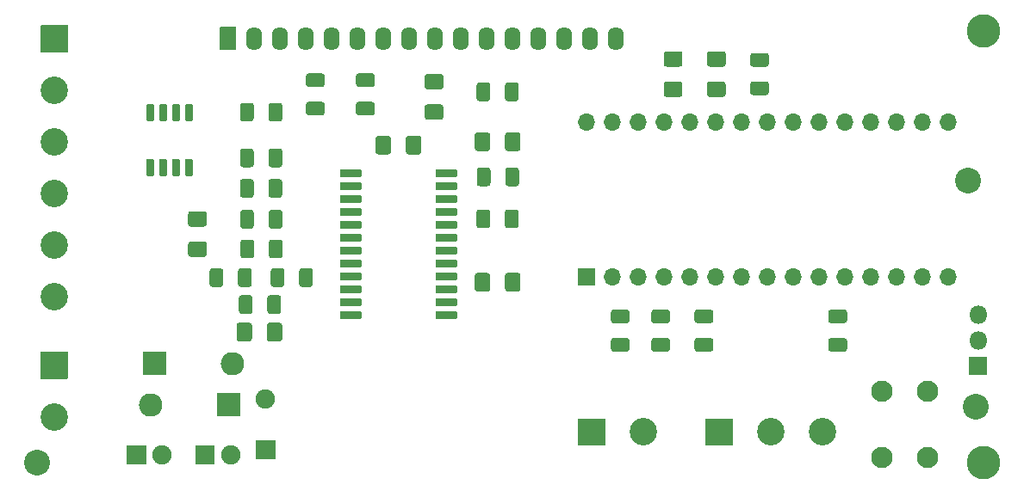
<source format=gts>
%TF.GenerationSoftware,KiCad,Pcbnew,(5.99.0-1296-g952e7a5fb)*%
%TF.CreationDate,2020-06-12T12:12:59+03:00*%
%TF.ProjectId,TeemoWB,5465656d-6f57-4422-9e6b-696361645f70,1.0*%
%TF.SameCoordinates,Original*%
%TF.FileFunction,Soldermask,Top*%
%TF.FilePolarity,Negative*%
%FSLAX46Y46*%
G04 Gerber Fmt 4.6, Leading zero omitted, Abs format (unit mm)*
G04 Created by KiCad (PCBNEW (5.99.0-1296-g952e7a5fb)) date 2020-06-12 12:12:59*
%MOMM*%
%LPD*%
G01*
G04 APERTURE LIST*
%ADD10C,2.540000*%
%ADD11C,3.300000*%
%ADD12O,1.600000X2.300000*%
%ADD13O,1.800000X1.800000*%
%ADD14C,2.100000*%
%ADD15C,2.700000*%
%ADD16C,1.900000*%
%ADD17O,2.300000X2.300000*%
%ADD18O,1.700000X1.700000*%
G04 APERTURE END LIST*
D10*
%TO.C,FID3*%
X166500000Y-78000000D03*
%TD*%
D11*
%TO.C,REF\u002A\u002A*%
X168000000Y-105750000D03*
%TD*%
%TO.C,REF\u002A\u002A*%
X168000000Y-63250000D03*
%TD*%
D10*
%TO.C,FID2*%
X167250000Y-100250000D03*
%TD*%
%TO.C,FID1*%
X75000000Y-105750000D03*
%TD*%
D12*
%TO.C,D_LCD1*%
X131850000Y-64000000D03*
X129310000Y-64000000D03*
X126770000Y-64000000D03*
X124230000Y-64000000D03*
X121690000Y-64000000D03*
X119150000Y-64000000D03*
X116610000Y-64000000D03*
X114070000Y-64000000D03*
X111530000Y-64000000D03*
X108990000Y-64000000D03*
X106450000Y-64000000D03*
X103910000Y-64000000D03*
X101370000Y-64000000D03*
X98830000Y-64000000D03*
X96290000Y-64000000D03*
G36*
G01*
X92950000Y-65100000D02*
X92950000Y-62900000D01*
G75*
G02*
X93000000Y-62850000I50000J0D01*
G01*
X94500000Y-62850000D01*
G75*
G02*
X94550000Y-62900000I0J-50000D01*
G01*
X94550000Y-65100000D01*
G75*
G02*
X94500000Y-65150000I-50000J0D01*
G01*
X93000000Y-65150000D01*
G75*
G02*
X92950000Y-65100000I0J50000D01*
G01*
G37*
%TD*%
D13*
%TO.C,J3*%
X167500000Y-91170000D03*
X167500000Y-93710000D03*
G36*
G01*
X168400000Y-95400000D02*
X168400000Y-97100000D01*
G75*
G02*
X168350000Y-97150000I-50000J0D01*
G01*
X166650000Y-97150000D01*
G75*
G02*
X166600000Y-97100000I0J50000D01*
G01*
X166600000Y-95400000D01*
G75*
G02*
X166650000Y-95350000I50000J0D01*
G01*
X168350000Y-95350000D01*
G75*
G02*
X168400000Y-95400000I0J-50000D01*
G01*
G37*
%TD*%
%TO.C,U1*%
G36*
G01*
X114150000Y-77565000D02*
X114150000Y-76965000D01*
G75*
G02*
X114200000Y-76915000I50000J0D01*
G01*
X116200000Y-76915000D01*
G75*
G02*
X116250000Y-76965000I0J-50000D01*
G01*
X116250000Y-77565000D01*
G75*
G02*
X116200000Y-77615000I-50000J0D01*
G01*
X114200000Y-77615000D01*
G75*
G02*
X114150000Y-77565000I0J50000D01*
G01*
G37*
G36*
G01*
X114150000Y-78835000D02*
X114150000Y-78235000D01*
G75*
G02*
X114200000Y-78185000I50000J0D01*
G01*
X116200000Y-78185000D01*
G75*
G02*
X116250000Y-78235000I0J-50000D01*
G01*
X116250000Y-78835000D01*
G75*
G02*
X116200000Y-78885000I-50000J0D01*
G01*
X114200000Y-78885000D01*
G75*
G02*
X114150000Y-78835000I0J50000D01*
G01*
G37*
G36*
G01*
X114150000Y-80105000D02*
X114150000Y-79505000D01*
G75*
G02*
X114200000Y-79455000I50000J0D01*
G01*
X116200000Y-79455000D01*
G75*
G02*
X116250000Y-79505000I0J-50000D01*
G01*
X116250000Y-80105000D01*
G75*
G02*
X116200000Y-80155000I-50000J0D01*
G01*
X114200000Y-80155000D01*
G75*
G02*
X114150000Y-80105000I0J50000D01*
G01*
G37*
G36*
G01*
X114150000Y-81375000D02*
X114150000Y-80775000D01*
G75*
G02*
X114200000Y-80725000I50000J0D01*
G01*
X116200000Y-80725000D01*
G75*
G02*
X116250000Y-80775000I0J-50000D01*
G01*
X116250000Y-81375000D01*
G75*
G02*
X116200000Y-81425000I-50000J0D01*
G01*
X114200000Y-81425000D01*
G75*
G02*
X114150000Y-81375000I0J50000D01*
G01*
G37*
G36*
G01*
X114150000Y-82645000D02*
X114150000Y-82045000D01*
G75*
G02*
X114200000Y-81995000I50000J0D01*
G01*
X116200000Y-81995000D01*
G75*
G02*
X116250000Y-82045000I0J-50000D01*
G01*
X116250000Y-82645000D01*
G75*
G02*
X116200000Y-82695000I-50000J0D01*
G01*
X114200000Y-82695000D01*
G75*
G02*
X114150000Y-82645000I0J50000D01*
G01*
G37*
G36*
G01*
X114150000Y-83915000D02*
X114150000Y-83315000D01*
G75*
G02*
X114200000Y-83265000I50000J0D01*
G01*
X116200000Y-83265000D01*
G75*
G02*
X116250000Y-83315000I0J-50000D01*
G01*
X116250000Y-83915000D01*
G75*
G02*
X116200000Y-83965000I-50000J0D01*
G01*
X114200000Y-83965000D01*
G75*
G02*
X114150000Y-83915000I0J50000D01*
G01*
G37*
G36*
G01*
X114150000Y-85185000D02*
X114150000Y-84585000D01*
G75*
G02*
X114200000Y-84535000I50000J0D01*
G01*
X116200000Y-84535000D01*
G75*
G02*
X116250000Y-84585000I0J-50000D01*
G01*
X116250000Y-85185000D01*
G75*
G02*
X116200000Y-85235000I-50000J0D01*
G01*
X114200000Y-85235000D01*
G75*
G02*
X114150000Y-85185000I0J50000D01*
G01*
G37*
G36*
G01*
X114150000Y-86455000D02*
X114150000Y-85855000D01*
G75*
G02*
X114200000Y-85805000I50000J0D01*
G01*
X116200000Y-85805000D01*
G75*
G02*
X116250000Y-85855000I0J-50000D01*
G01*
X116250000Y-86455000D01*
G75*
G02*
X116200000Y-86505000I-50000J0D01*
G01*
X114200000Y-86505000D01*
G75*
G02*
X114150000Y-86455000I0J50000D01*
G01*
G37*
G36*
G01*
X114150000Y-87725000D02*
X114150000Y-87125000D01*
G75*
G02*
X114200000Y-87075000I50000J0D01*
G01*
X116200000Y-87075000D01*
G75*
G02*
X116250000Y-87125000I0J-50000D01*
G01*
X116250000Y-87725000D01*
G75*
G02*
X116200000Y-87775000I-50000J0D01*
G01*
X114200000Y-87775000D01*
G75*
G02*
X114150000Y-87725000I0J50000D01*
G01*
G37*
G36*
G01*
X114150000Y-88995000D02*
X114150000Y-88395000D01*
G75*
G02*
X114200000Y-88345000I50000J0D01*
G01*
X116200000Y-88345000D01*
G75*
G02*
X116250000Y-88395000I0J-50000D01*
G01*
X116250000Y-88995000D01*
G75*
G02*
X116200000Y-89045000I-50000J0D01*
G01*
X114200000Y-89045000D01*
G75*
G02*
X114150000Y-88995000I0J50000D01*
G01*
G37*
G36*
G01*
X114150000Y-90265000D02*
X114150000Y-89665000D01*
G75*
G02*
X114200000Y-89615000I50000J0D01*
G01*
X116200000Y-89615000D01*
G75*
G02*
X116250000Y-89665000I0J-50000D01*
G01*
X116250000Y-90265000D01*
G75*
G02*
X116200000Y-90315000I-50000J0D01*
G01*
X114200000Y-90315000D01*
G75*
G02*
X114150000Y-90265000I0J50000D01*
G01*
G37*
G36*
G01*
X114150000Y-91535000D02*
X114150000Y-90935000D01*
G75*
G02*
X114200000Y-90885000I50000J0D01*
G01*
X116200000Y-90885000D01*
G75*
G02*
X116250000Y-90935000I0J-50000D01*
G01*
X116250000Y-91535000D01*
G75*
G02*
X116200000Y-91585000I-50000J0D01*
G01*
X114200000Y-91585000D01*
G75*
G02*
X114150000Y-91535000I0J50000D01*
G01*
G37*
G36*
G01*
X104750000Y-91535000D02*
X104750000Y-90935000D01*
G75*
G02*
X104800000Y-90885000I50000J0D01*
G01*
X106800000Y-90885000D01*
G75*
G02*
X106850000Y-90935000I0J-50000D01*
G01*
X106850000Y-91535000D01*
G75*
G02*
X106800000Y-91585000I-50000J0D01*
G01*
X104800000Y-91585000D01*
G75*
G02*
X104750000Y-91535000I0J50000D01*
G01*
G37*
G36*
G01*
X104750000Y-90265000D02*
X104750000Y-89665000D01*
G75*
G02*
X104800000Y-89615000I50000J0D01*
G01*
X106800000Y-89615000D01*
G75*
G02*
X106850000Y-89665000I0J-50000D01*
G01*
X106850000Y-90265000D01*
G75*
G02*
X106800000Y-90315000I-50000J0D01*
G01*
X104800000Y-90315000D01*
G75*
G02*
X104750000Y-90265000I0J50000D01*
G01*
G37*
G36*
G01*
X104750000Y-88995000D02*
X104750000Y-88395000D01*
G75*
G02*
X104800000Y-88345000I50000J0D01*
G01*
X106800000Y-88345000D01*
G75*
G02*
X106850000Y-88395000I0J-50000D01*
G01*
X106850000Y-88995000D01*
G75*
G02*
X106800000Y-89045000I-50000J0D01*
G01*
X104800000Y-89045000D01*
G75*
G02*
X104750000Y-88995000I0J50000D01*
G01*
G37*
G36*
G01*
X104750000Y-87725000D02*
X104750000Y-87125000D01*
G75*
G02*
X104800000Y-87075000I50000J0D01*
G01*
X106800000Y-87075000D01*
G75*
G02*
X106850000Y-87125000I0J-50000D01*
G01*
X106850000Y-87725000D01*
G75*
G02*
X106800000Y-87775000I-50000J0D01*
G01*
X104800000Y-87775000D01*
G75*
G02*
X104750000Y-87725000I0J50000D01*
G01*
G37*
G36*
G01*
X104750000Y-86455000D02*
X104750000Y-85855000D01*
G75*
G02*
X104800000Y-85805000I50000J0D01*
G01*
X106800000Y-85805000D01*
G75*
G02*
X106850000Y-85855000I0J-50000D01*
G01*
X106850000Y-86455000D01*
G75*
G02*
X106800000Y-86505000I-50000J0D01*
G01*
X104800000Y-86505000D01*
G75*
G02*
X104750000Y-86455000I0J50000D01*
G01*
G37*
G36*
G01*
X104750000Y-85185000D02*
X104750000Y-84585000D01*
G75*
G02*
X104800000Y-84535000I50000J0D01*
G01*
X106800000Y-84535000D01*
G75*
G02*
X106850000Y-84585000I0J-50000D01*
G01*
X106850000Y-85185000D01*
G75*
G02*
X106800000Y-85235000I-50000J0D01*
G01*
X104800000Y-85235000D01*
G75*
G02*
X104750000Y-85185000I0J50000D01*
G01*
G37*
G36*
G01*
X104750000Y-83915000D02*
X104750000Y-83315000D01*
G75*
G02*
X104800000Y-83265000I50000J0D01*
G01*
X106800000Y-83265000D01*
G75*
G02*
X106850000Y-83315000I0J-50000D01*
G01*
X106850000Y-83915000D01*
G75*
G02*
X106800000Y-83965000I-50000J0D01*
G01*
X104800000Y-83965000D01*
G75*
G02*
X104750000Y-83915000I0J50000D01*
G01*
G37*
G36*
G01*
X104750000Y-82645000D02*
X104750000Y-82045000D01*
G75*
G02*
X104800000Y-81995000I50000J0D01*
G01*
X106800000Y-81995000D01*
G75*
G02*
X106850000Y-82045000I0J-50000D01*
G01*
X106850000Y-82645000D01*
G75*
G02*
X106800000Y-82695000I-50000J0D01*
G01*
X104800000Y-82695000D01*
G75*
G02*
X104750000Y-82645000I0J50000D01*
G01*
G37*
G36*
G01*
X104750000Y-81375000D02*
X104750000Y-80775000D01*
G75*
G02*
X104800000Y-80725000I50000J0D01*
G01*
X106800000Y-80725000D01*
G75*
G02*
X106850000Y-80775000I0J-50000D01*
G01*
X106850000Y-81375000D01*
G75*
G02*
X106800000Y-81425000I-50000J0D01*
G01*
X104800000Y-81425000D01*
G75*
G02*
X104750000Y-81375000I0J50000D01*
G01*
G37*
G36*
G01*
X104750000Y-80105000D02*
X104750000Y-79505000D01*
G75*
G02*
X104800000Y-79455000I50000J0D01*
G01*
X106800000Y-79455000D01*
G75*
G02*
X106850000Y-79505000I0J-50000D01*
G01*
X106850000Y-80105000D01*
G75*
G02*
X106800000Y-80155000I-50000J0D01*
G01*
X104800000Y-80155000D01*
G75*
G02*
X104750000Y-80105000I0J50000D01*
G01*
G37*
G36*
G01*
X104750000Y-78835000D02*
X104750000Y-78235000D01*
G75*
G02*
X104800000Y-78185000I50000J0D01*
G01*
X106800000Y-78185000D01*
G75*
G02*
X106850000Y-78235000I0J-50000D01*
G01*
X106850000Y-78835000D01*
G75*
G02*
X106800000Y-78885000I-50000J0D01*
G01*
X104800000Y-78885000D01*
G75*
G02*
X104750000Y-78835000I0J50000D01*
G01*
G37*
G36*
G01*
X104750000Y-77565000D02*
X104750000Y-76965000D01*
G75*
G02*
X104800000Y-76915000I50000J0D01*
G01*
X106800000Y-76915000D01*
G75*
G02*
X106850000Y-76965000I0J-50000D01*
G01*
X106850000Y-77565000D01*
G75*
G02*
X106800000Y-77615000I-50000J0D01*
G01*
X104800000Y-77615000D01*
G75*
G02*
X104750000Y-77565000I0J50000D01*
G01*
G37*
%TD*%
D14*
%TO.C,SW1*%
X158000000Y-98750000D03*
X162500000Y-98750000D03*
X158000000Y-105250000D03*
X162500000Y-105250000D03*
%TD*%
%TO.C,R18*%
G36*
G01*
X145345000Y-68225000D02*
X146655000Y-68225000D01*
G75*
G02*
X146925000Y-68495000I0J-270000D01*
G01*
X146925000Y-69305000D01*
G75*
G02*
X146655000Y-69575000I-270000J0D01*
G01*
X145345000Y-69575000D01*
G75*
G02*
X145075000Y-69305000I0J270000D01*
G01*
X145075000Y-68495000D01*
G75*
G02*
X145345000Y-68225000I270000J0D01*
G01*
G37*
G36*
G01*
X145345000Y-65425000D02*
X146655000Y-65425000D01*
G75*
G02*
X146925000Y-65695000I0J-270000D01*
G01*
X146925000Y-66505000D01*
G75*
G02*
X146655000Y-66775000I-270000J0D01*
G01*
X145345000Y-66775000D01*
G75*
G02*
X145075000Y-66505000I0J270000D01*
G01*
X145075000Y-65695000D01*
G75*
G02*
X145345000Y-65425000I270000J0D01*
G01*
G37*
%TD*%
%TO.C,R17*%
G36*
G01*
X135626613Y-93491177D02*
X136936613Y-93491177D01*
G75*
G02*
X137206613Y-93761177I0J-270000D01*
G01*
X137206613Y-94571177D01*
G75*
G02*
X136936613Y-94841177I-270000J0D01*
G01*
X135626613Y-94841177D01*
G75*
G02*
X135356613Y-94571177I0J270000D01*
G01*
X135356613Y-93761177D01*
G75*
G02*
X135626613Y-93491177I270000J0D01*
G01*
G37*
G36*
G01*
X135626613Y-90691177D02*
X136936613Y-90691177D01*
G75*
G02*
X137206613Y-90961177I0J-270000D01*
G01*
X137206613Y-91771177D01*
G75*
G02*
X136936613Y-92041177I-270000J0D01*
G01*
X135626613Y-92041177D01*
G75*
G02*
X135356613Y-91771177I0J270000D01*
G01*
X135356613Y-90961177D01*
G75*
G02*
X135626613Y-90691177I270000J0D01*
G01*
G37*
%TD*%
%TO.C,R16*%
G36*
G01*
X139877008Y-93483138D02*
X141187008Y-93483138D01*
G75*
G02*
X141457008Y-93753138I0J-270000D01*
G01*
X141457008Y-94563138D01*
G75*
G02*
X141187008Y-94833138I-270000J0D01*
G01*
X139877008Y-94833138D01*
G75*
G02*
X139607008Y-94563138I0J270000D01*
G01*
X139607008Y-93753138D01*
G75*
G02*
X139877008Y-93483138I270000J0D01*
G01*
G37*
G36*
G01*
X139877008Y-90683138D02*
X141187008Y-90683138D01*
G75*
G02*
X141457008Y-90953138I0J-270000D01*
G01*
X141457008Y-91763138D01*
G75*
G02*
X141187008Y-92033138I-270000J0D01*
G01*
X139877008Y-92033138D01*
G75*
G02*
X139607008Y-91763138I0J270000D01*
G01*
X139607008Y-90953138D01*
G75*
G02*
X139877008Y-90683138I270000J0D01*
G01*
G37*
%TD*%
%TO.C,R15*%
G36*
G01*
X101675914Y-70225000D02*
X102985914Y-70225000D01*
G75*
G02*
X103255914Y-70495000I0J-270000D01*
G01*
X103255914Y-71305000D01*
G75*
G02*
X102985914Y-71575000I-270000J0D01*
G01*
X101675914Y-71575000D01*
G75*
G02*
X101405914Y-71305000I0J270000D01*
G01*
X101405914Y-70495000D01*
G75*
G02*
X101675914Y-70225000I270000J0D01*
G01*
G37*
G36*
G01*
X101675914Y-67425000D02*
X102985914Y-67425000D01*
G75*
G02*
X103255914Y-67695000I0J-270000D01*
G01*
X103255914Y-68505000D01*
G75*
G02*
X102985914Y-68775000I-270000J0D01*
G01*
X101675914Y-68775000D01*
G75*
G02*
X101405914Y-68505000I0J270000D01*
G01*
X101405914Y-67695000D01*
G75*
G02*
X101675914Y-67425000I270000J0D01*
G01*
G37*
%TD*%
%TO.C,R14*%
G36*
G01*
X107905000Y-68775000D02*
X106595000Y-68775000D01*
G75*
G02*
X106325000Y-68505000I0J270000D01*
G01*
X106325000Y-67695000D01*
G75*
G02*
X106595000Y-67425000I270000J0D01*
G01*
X107905000Y-67425000D01*
G75*
G02*
X108175000Y-67695000I0J-270000D01*
G01*
X108175000Y-68505000D01*
G75*
G02*
X107905000Y-68775000I-270000J0D01*
G01*
G37*
G36*
G01*
X107905000Y-71575000D02*
X106595000Y-71575000D01*
G75*
G02*
X106325000Y-71305000I0J270000D01*
G01*
X106325000Y-70495000D01*
G75*
G02*
X106595000Y-70225000I270000J0D01*
G01*
X107905000Y-70225000D01*
G75*
G02*
X108175000Y-70495000I0J-270000D01*
G01*
X108175000Y-71305000D01*
G75*
G02*
X107905000Y-71575000I-270000J0D01*
G01*
G37*
%TD*%
%TO.C,R13*%
G36*
G01*
X120975000Y-69905000D02*
X120975000Y-68595000D01*
G75*
G02*
X121245000Y-68325000I270000J0D01*
G01*
X122055000Y-68325000D01*
G75*
G02*
X122325000Y-68595000I0J-270000D01*
G01*
X122325000Y-69905000D01*
G75*
G02*
X122055000Y-70175000I-270000J0D01*
G01*
X121245000Y-70175000D01*
G75*
G02*
X120975000Y-69905000I0J270000D01*
G01*
G37*
G36*
G01*
X118175000Y-69905000D02*
X118175000Y-68595000D01*
G75*
G02*
X118445000Y-68325000I270000J0D01*
G01*
X119255000Y-68325000D01*
G75*
G02*
X119525000Y-68595000I0J-270000D01*
G01*
X119525000Y-69905000D01*
G75*
G02*
X119255000Y-70175000I-270000J0D01*
G01*
X118445000Y-70175000D01*
G75*
G02*
X118175000Y-69905000I0J270000D01*
G01*
G37*
%TD*%
%TO.C,R12*%
G36*
G01*
X153029200Y-93486365D02*
X154339200Y-93486365D01*
G75*
G02*
X154609200Y-93756365I0J-270000D01*
G01*
X154609200Y-94566365D01*
G75*
G02*
X154339200Y-94836365I-270000J0D01*
G01*
X153029200Y-94836365D01*
G75*
G02*
X152759200Y-94566365I0J270000D01*
G01*
X152759200Y-93756365D01*
G75*
G02*
X153029200Y-93486365I270000J0D01*
G01*
G37*
G36*
G01*
X153029200Y-90686365D02*
X154339200Y-90686365D01*
G75*
G02*
X154609200Y-90956365I0J-270000D01*
G01*
X154609200Y-91766365D01*
G75*
G02*
X154339200Y-92036365I-270000J0D01*
G01*
X153029200Y-92036365D01*
G75*
G02*
X152759200Y-91766365I0J270000D01*
G01*
X152759200Y-90956365D01*
G75*
G02*
X153029200Y-90686365I270000J0D01*
G01*
G37*
%TD*%
%TO.C,R11*%
G36*
G01*
X131653368Y-93486928D02*
X132963368Y-93486928D01*
G75*
G02*
X133233368Y-93756928I0J-270000D01*
G01*
X133233368Y-94566928D01*
G75*
G02*
X132963368Y-94836928I-270000J0D01*
G01*
X131653368Y-94836928D01*
G75*
G02*
X131383368Y-94566928I0J270000D01*
G01*
X131383368Y-93756928D01*
G75*
G02*
X131653368Y-93486928I270000J0D01*
G01*
G37*
G36*
G01*
X131653368Y-90686928D02*
X132963368Y-90686928D01*
G75*
G02*
X133233368Y-90956928I0J-270000D01*
G01*
X133233368Y-91766928D01*
G75*
G02*
X132963368Y-92036928I-270000J0D01*
G01*
X131653368Y-92036928D01*
G75*
G02*
X131383368Y-91766928I0J270000D01*
G01*
X131383368Y-90956928D01*
G75*
G02*
X131653368Y-90686928I270000J0D01*
G01*
G37*
%TD*%
%TO.C,R10*%
G36*
G01*
X97725000Y-71905000D02*
X97725000Y-70595000D01*
G75*
G02*
X97995000Y-70325000I270000J0D01*
G01*
X98805000Y-70325000D01*
G75*
G02*
X99075000Y-70595000I0J-270000D01*
G01*
X99075000Y-71905000D01*
G75*
G02*
X98805000Y-72175000I-270000J0D01*
G01*
X97995000Y-72175000D01*
G75*
G02*
X97725000Y-71905000I0J270000D01*
G01*
G37*
G36*
G01*
X94925000Y-71905000D02*
X94925000Y-70595000D01*
G75*
G02*
X95195000Y-70325000I270000J0D01*
G01*
X96005000Y-70325000D01*
G75*
G02*
X96275000Y-70595000I0J-270000D01*
G01*
X96275000Y-71905000D01*
G75*
G02*
X96005000Y-72175000I-270000J0D01*
G01*
X95195000Y-72175000D01*
G75*
G02*
X94925000Y-71905000I0J270000D01*
G01*
G37*
%TD*%
%TO.C,R9*%
G36*
G01*
X96290068Y-81144354D02*
X96290068Y-82454354D01*
G75*
G02*
X96020068Y-82724354I-270000J0D01*
G01*
X95210068Y-82724354D01*
G75*
G02*
X94940068Y-82454354I0J270000D01*
G01*
X94940068Y-81144354D01*
G75*
G02*
X95210068Y-80874354I270000J0D01*
G01*
X96020068Y-80874354D01*
G75*
G02*
X96290068Y-81144354I0J-270000D01*
G01*
G37*
G36*
G01*
X99090068Y-81144354D02*
X99090068Y-82454354D01*
G75*
G02*
X98820068Y-82724354I-270000J0D01*
G01*
X98010068Y-82724354D01*
G75*
G02*
X97740068Y-82454354I0J270000D01*
G01*
X97740068Y-81144354D01*
G75*
G02*
X98010068Y-80874354I270000J0D01*
G01*
X98820068Y-80874354D01*
G75*
G02*
X99090068Y-81144354I0J-270000D01*
G01*
G37*
%TD*%
%TO.C,R8*%
G36*
G01*
X96326870Y-84060751D02*
X96326870Y-85370751D01*
G75*
G02*
X96056870Y-85640751I-270000J0D01*
G01*
X95246870Y-85640751D01*
G75*
G02*
X94976870Y-85370751I0J270000D01*
G01*
X94976870Y-84060751D01*
G75*
G02*
X95246870Y-83790751I270000J0D01*
G01*
X96056870Y-83790751D01*
G75*
G02*
X96326870Y-84060751I0J-270000D01*
G01*
G37*
G36*
G01*
X99126870Y-84060751D02*
X99126870Y-85370751D01*
G75*
G02*
X98856870Y-85640751I-270000J0D01*
G01*
X98046870Y-85640751D01*
G75*
G02*
X97776870Y-85370751I0J270000D01*
G01*
X97776870Y-84060751D01*
G75*
G02*
X98046870Y-83790751I270000J0D01*
G01*
X98856870Y-83790751D01*
G75*
G02*
X99126870Y-84060751I0J-270000D01*
G01*
G37*
%TD*%
%TO.C,R7*%
G36*
G01*
X121001691Y-78271380D02*
X121001691Y-76961380D01*
G75*
G02*
X121271691Y-76691380I270000J0D01*
G01*
X122081691Y-76691380D01*
G75*
G02*
X122351691Y-76961380I0J-270000D01*
G01*
X122351691Y-78271380D01*
G75*
G02*
X122081691Y-78541380I-270000J0D01*
G01*
X121271691Y-78541380D01*
G75*
G02*
X121001691Y-78271380I0J270000D01*
G01*
G37*
G36*
G01*
X118201691Y-78271380D02*
X118201691Y-76961380D01*
G75*
G02*
X118471691Y-76691380I270000J0D01*
G01*
X119281691Y-76691380D01*
G75*
G02*
X119551691Y-76961380I0J-270000D01*
G01*
X119551691Y-78271380D01*
G75*
G02*
X119281691Y-78541380I-270000J0D01*
G01*
X118471691Y-78541380D01*
G75*
G02*
X118201691Y-78271380I0J270000D01*
G01*
G37*
%TD*%
%TO.C,R6*%
G36*
G01*
X97725000Y-79407972D02*
X97725000Y-78097972D01*
G75*
G02*
X97995000Y-77827972I270000J0D01*
G01*
X98805000Y-77827972D01*
G75*
G02*
X99075000Y-78097972I0J-270000D01*
G01*
X99075000Y-79407972D01*
G75*
G02*
X98805000Y-79677972I-270000J0D01*
G01*
X97995000Y-79677972D01*
G75*
G02*
X97725000Y-79407972I0J270000D01*
G01*
G37*
G36*
G01*
X94925000Y-79407972D02*
X94925000Y-78097972D01*
G75*
G02*
X95195000Y-77827972I270000J0D01*
G01*
X96005000Y-77827972D01*
G75*
G02*
X96275000Y-78097972I0J-270000D01*
G01*
X96275000Y-79407972D01*
G75*
G02*
X96005000Y-79677972I-270000J0D01*
G01*
X95195000Y-79677972D01*
G75*
G02*
X94925000Y-79407972I0J270000D01*
G01*
G37*
%TD*%
%TO.C,R5*%
G36*
G01*
X97614400Y-90854440D02*
X97614400Y-89544440D01*
G75*
G02*
X97884400Y-89274440I270000J0D01*
G01*
X98694400Y-89274440D01*
G75*
G02*
X98964400Y-89544440I0J-270000D01*
G01*
X98964400Y-90854440D01*
G75*
G02*
X98694400Y-91124440I-270000J0D01*
G01*
X97884400Y-91124440D01*
G75*
G02*
X97614400Y-90854440I0J270000D01*
G01*
G37*
G36*
G01*
X94814400Y-90854440D02*
X94814400Y-89544440D01*
G75*
G02*
X95084400Y-89274440I270000J0D01*
G01*
X95894400Y-89274440D01*
G75*
G02*
X96164400Y-89544440I0J-270000D01*
G01*
X96164400Y-90854440D01*
G75*
G02*
X95894400Y-91124440I-270000J0D01*
G01*
X95084400Y-91124440D01*
G75*
G02*
X94814400Y-90854440I0J270000D01*
G01*
G37*
%TD*%
%TO.C,R4*%
G36*
G01*
X120975000Y-82405000D02*
X120975000Y-81095000D01*
G75*
G02*
X121245000Y-80825000I270000J0D01*
G01*
X122055000Y-80825000D01*
G75*
G02*
X122325000Y-81095000I0J-270000D01*
G01*
X122325000Y-82405000D01*
G75*
G02*
X122055000Y-82675000I-270000J0D01*
G01*
X121245000Y-82675000D01*
G75*
G02*
X120975000Y-82405000I0J270000D01*
G01*
G37*
G36*
G01*
X118175000Y-82405000D02*
X118175000Y-81095000D01*
G75*
G02*
X118445000Y-80825000I270000J0D01*
G01*
X119255000Y-80825000D01*
G75*
G02*
X119525000Y-81095000I0J-270000D01*
G01*
X119525000Y-82405000D01*
G75*
G02*
X119255000Y-82675000I-270000J0D01*
G01*
X118445000Y-82675000D01*
G75*
G02*
X118175000Y-82405000I0J270000D01*
G01*
G37*
%TD*%
%TO.C,R3*%
G36*
G01*
X94734242Y-88197399D02*
X94734242Y-86887399D01*
G75*
G02*
X95004242Y-86617399I270000J0D01*
G01*
X95814242Y-86617399D01*
G75*
G02*
X96084242Y-86887399I0J-270000D01*
G01*
X96084242Y-88197399D01*
G75*
G02*
X95814242Y-88467399I-270000J0D01*
G01*
X95004242Y-88467399D01*
G75*
G02*
X94734242Y-88197399I0J270000D01*
G01*
G37*
G36*
G01*
X91934242Y-88197399D02*
X91934242Y-86887399D01*
G75*
G02*
X92204242Y-86617399I270000J0D01*
G01*
X93014242Y-86617399D01*
G75*
G02*
X93284242Y-86887399I0J-270000D01*
G01*
X93284242Y-88197399D01*
G75*
G02*
X93014242Y-88467399I-270000J0D01*
G01*
X92204242Y-88467399D01*
G75*
G02*
X91934242Y-88197399I0J270000D01*
G01*
G37*
%TD*%
%TO.C,R2*%
G36*
G01*
X96275000Y-75095001D02*
X96275000Y-76405001D01*
G75*
G02*
X96005000Y-76675001I-270000J0D01*
G01*
X95195000Y-76675001D01*
G75*
G02*
X94925000Y-76405001I0J270000D01*
G01*
X94925000Y-75095001D01*
G75*
G02*
X95195000Y-74825001I270000J0D01*
G01*
X96005000Y-74825001D01*
G75*
G02*
X96275000Y-75095001I0J-270000D01*
G01*
G37*
G36*
G01*
X99075000Y-75095001D02*
X99075000Y-76405001D01*
G75*
G02*
X98805000Y-76675001I-270000J0D01*
G01*
X97995000Y-76675001D01*
G75*
G02*
X97725000Y-76405001I0J270000D01*
G01*
X97725000Y-75095001D01*
G75*
G02*
X97995000Y-74825001I270000J0D01*
G01*
X98805000Y-74825001D01*
G75*
G02*
X99075000Y-75095001I0J-270000D01*
G01*
G37*
%TD*%
%TO.C,R1*%
G36*
G01*
X100740894Y-88189860D02*
X100740894Y-86879860D01*
G75*
G02*
X101010894Y-86609860I270000J0D01*
G01*
X101820894Y-86609860D01*
G75*
G02*
X102090894Y-86879860I0J-270000D01*
G01*
X102090894Y-88189860D01*
G75*
G02*
X101820894Y-88459860I-270000J0D01*
G01*
X101010894Y-88459860D01*
G75*
G02*
X100740894Y-88189860I0J270000D01*
G01*
G37*
G36*
G01*
X97940894Y-88189860D02*
X97940894Y-86879860D01*
G75*
G02*
X98210894Y-86609860I270000J0D01*
G01*
X99020894Y-86609860D01*
G75*
G02*
X99290894Y-86879860I0J-270000D01*
G01*
X99290894Y-88189860D01*
G75*
G02*
X99020894Y-88459860I-270000J0D01*
G01*
X98210894Y-88459860D01*
G75*
G02*
X97940894Y-88189860I0J270000D01*
G01*
G37*
%TD*%
%TO.C,Q1*%
G36*
G01*
X86395000Y-72125000D02*
X85795000Y-72125000D01*
G75*
G02*
X85745000Y-72075000I0J50000D01*
G01*
X85745000Y-70525000D01*
G75*
G02*
X85795000Y-70475000I50000J0D01*
G01*
X86395000Y-70475000D01*
G75*
G02*
X86445000Y-70525000I0J-50000D01*
G01*
X86445000Y-72075000D01*
G75*
G02*
X86395000Y-72125000I-50000J0D01*
G01*
G37*
G36*
G01*
X87665000Y-72125000D02*
X87065000Y-72125000D01*
G75*
G02*
X87015000Y-72075000I0J50000D01*
G01*
X87015000Y-70525000D01*
G75*
G02*
X87065000Y-70475000I50000J0D01*
G01*
X87665000Y-70475000D01*
G75*
G02*
X87715000Y-70525000I0J-50000D01*
G01*
X87715000Y-72075000D01*
G75*
G02*
X87665000Y-72125000I-50000J0D01*
G01*
G37*
G36*
G01*
X88935000Y-72125000D02*
X88335000Y-72125000D01*
G75*
G02*
X88285000Y-72075000I0J50000D01*
G01*
X88285000Y-70525000D01*
G75*
G02*
X88335000Y-70475000I50000J0D01*
G01*
X88935000Y-70475000D01*
G75*
G02*
X88985000Y-70525000I0J-50000D01*
G01*
X88985000Y-72075000D01*
G75*
G02*
X88935000Y-72125000I-50000J0D01*
G01*
G37*
G36*
G01*
X90205000Y-72125000D02*
X89605000Y-72125000D01*
G75*
G02*
X89555000Y-72075000I0J50000D01*
G01*
X89555000Y-70525000D01*
G75*
G02*
X89605000Y-70475000I50000J0D01*
G01*
X90205000Y-70475000D01*
G75*
G02*
X90255000Y-70525000I0J-50000D01*
G01*
X90255000Y-72075000D01*
G75*
G02*
X90205000Y-72125000I-50000J0D01*
G01*
G37*
G36*
G01*
X90205000Y-77525000D02*
X89605000Y-77525000D01*
G75*
G02*
X89555000Y-77475000I0J50000D01*
G01*
X89555000Y-75925000D01*
G75*
G02*
X89605000Y-75875000I50000J0D01*
G01*
X90205000Y-75875000D01*
G75*
G02*
X90255000Y-75925000I0J-50000D01*
G01*
X90255000Y-77475000D01*
G75*
G02*
X90205000Y-77525000I-50000J0D01*
G01*
G37*
G36*
G01*
X88935000Y-77525000D02*
X88335000Y-77525000D01*
G75*
G02*
X88285000Y-77475000I0J50000D01*
G01*
X88285000Y-75925000D01*
G75*
G02*
X88335000Y-75875000I50000J0D01*
G01*
X88935000Y-75875000D01*
G75*
G02*
X88985000Y-75925000I0J-50000D01*
G01*
X88985000Y-77475000D01*
G75*
G02*
X88935000Y-77525000I-50000J0D01*
G01*
G37*
G36*
G01*
X87665000Y-77525000D02*
X87065000Y-77525000D01*
G75*
G02*
X87015000Y-77475000I0J50000D01*
G01*
X87015000Y-75925000D01*
G75*
G02*
X87065000Y-75875000I50000J0D01*
G01*
X87665000Y-75875000D01*
G75*
G02*
X87715000Y-75925000I0J-50000D01*
G01*
X87715000Y-77475000D01*
G75*
G02*
X87665000Y-77525000I-50000J0D01*
G01*
G37*
G36*
G01*
X86395000Y-77525000D02*
X85795000Y-77525000D01*
G75*
G02*
X85745000Y-77475000I0J50000D01*
G01*
X85745000Y-75925000D01*
G75*
G02*
X85795000Y-75875000I50000J0D01*
G01*
X86395000Y-75875000D01*
G75*
G02*
X86445000Y-75925000I0J-50000D01*
G01*
X86445000Y-77475000D01*
G75*
G02*
X86395000Y-77525000I-50000J0D01*
G01*
G37*
%TD*%
D15*
%TO.C,J5*%
X152160000Y-102750000D03*
X147080000Y-102750000D03*
G36*
G01*
X140650000Y-104050000D02*
X140650000Y-101450000D01*
G75*
G02*
X140700000Y-101400000I50000J0D01*
G01*
X143300000Y-101400000D01*
G75*
G02*
X143350000Y-101450000I0J-50000D01*
G01*
X143350000Y-104050000D01*
G75*
G02*
X143300000Y-104100000I-50000J0D01*
G01*
X140700000Y-104100000D01*
G75*
G02*
X140650000Y-104050000I0J50000D01*
G01*
G37*
%TD*%
%TO.C,J4*%
X134580000Y-102750000D03*
G36*
G01*
X128150000Y-104050000D02*
X128150000Y-101450000D01*
G75*
G02*
X128200000Y-101400000I50000J0D01*
G01*
X130800000Y-101400000D01*
G75*
G02*
X130850000Y-101450000I0J-50000D01*
G01*
X130850000Y-104050000D01*
G75*
G02*
X130800000Y-104100000I-50000J0D01*
G01*
X128200000Y-104100000D01*
G75*
G02*
X128150000Y-104050000I0J50000D01*
G01*
G37*
%TD*%
%TO.C,J2*%
X76675000Y-89450000D03*
X76675000Y-84370000D03*
X76675000Y-79290000D03*
X76675000Y-74210000D03*
X76675000Y-69130000D03*
G36*
G01*
X75375000Y-62700000D02*
X77975000Y-62700000D01*
G75*
G02*
X78025000Y-62750000I0J-50000D01*
G01*
X78025000Y-65350000D01*
G75*
G02*
X77975000Y-65400000I-50000J0D01*
G01*
X75375000Y-65400000D01*
G75*
G02*
X75325000Y-65350000I0J50000D01*
G01*
X75325000Y-62750000D01*
G75*
G02*
X75375000Y-62700000I50000J0D01*
G01*
G37*
%TD*%
%TO.C,J1*%
X76650000Y-101255000D03*
G36*
G01*
X75350000Y-94825000D02*
X77950000Y-94825000D01*
G75*
G02*
X78000000Y-94875000I0J-50000D01*
G01*
X78000000Y-97475000D01*
G75*
G02*
X77950000Y-97525000I-50000J0D01*
G01*
X75350000Y-97525000D01*
G75*
G02*
X75300000Y-97475000I0J50000D01*
G01*
X75300000Y-94875000D01*
G75*
G02*
X75350000Y-94825000I50000J0D01*
G01*
G37*
%TD*%
D16*
%TO.C,D4*%
X87290000Y-105000000D03*
G36*
G01*
X83800000Y-105900000D02*
X83800000Y-104100000D01*
G75*
G02*
X83850000Y-104050000I50000J0D01*
G01*
X85650000Y-104050000D01*
G75*
G02*
X85700000Y-104100000I0J-50000D01*
G01*
X85700000Y-105900000D01*
G75*
G02*
X85650000Y-105950000I-50000J0D01*
G01*
X83850000Y-105950000D01*
G75*
G02*
X83800000Y-105900000I0J50000D01*
G01*
G37*
%TD*%
%TO.C,D3*%
X94040000Y-105000000D03*
G36*
G01*
X90550000Y-105900000D02*
X90550000Y-104100000D01*
G75*
G02*
X90600000Y-104050000I50000J0D01*
G01*
X92400000Y-104050000D01*
G75*
G02*
X92450000Y-104100000I0J-50000D01*
G01*
X92450000Y-105900000D01*
G75*
G02*
X92400000Y-105950000I-50000J0D01*
G01*
X90600000Y-105950000D01*
G75*
G02*
X90550000Y-105900000I0J50000D01*
G01*
G37*
%TD*%
D17*
%TO.C,D2*%
X94160047Y-96000000D03*
G36*
G01*
X85390047Y-97100000D02*
X85390047Y-94900000D01*
G75*
G02*
X85440047Y-94850000I50000J0D01*
G01*
X87640047Y-94850000D01*
G75*
G02*
X87690047Y-94900000I0J-50000D01*
G01*
X87690047Y-97100000D01*
G75*
G02*
X87640047Y-97150000I-50000J0D01*
G01*
X85440047Y-97150000D01*
G75*
G02*
X85390047Y-97100000I0J50000D01*
G01*
G37*
%TD*%
%TO.C,D1*%
X86187349Y-100074710D03*
G36*
G01*
X94957349Y-98974710D02*
X94957349Y-101174710D01*
G75*
G02*
X94907349Y-101224710I-50000J0D01*
G01*
X92707349Y-101224710D01*
G75*
G02*
X92657349Y-101174710I0J50000D01*
G01*
X92657349Y-98974710D01*
G75*
G02*
X92707349Y-98924710I50000J0D01*
G01*
X94907349Y-98924710D01*
G75*
G02*
X94957349Y-98974710I0J-50000D01*
G01*
G37*
%TD*%
%TO.C,C9*%
G36*
G01*
X136842543Y-68225000D02*
X138157457Y-68225000D01*
G75*
G02*
X138425000Y-68492543I0J-267543D01*
G01*
X138425000Y-69482457D01*
G75*
G02*
X138157457Y-69750000I-267543J0D01*
G01*
X136842543Y-69750000D01*
G75*
G02*
X136575000Y-69482457I0J267543D01*
G01*
X136575000Y-68492543D01*
G75*
G02*
X136842543Y-68225000I267543J0D01*
G01*
G37*
G36*
G01*
X136842543Y-65250000D02*
X138157457Y-65250000D01*
G75*
G02*
X138425000Y-65517543I0J-267543D01*
G01*
X138425000Y-66507457D01*
G75*
G02*
X138157457Y-66775000I-267543J0D01*
G01*
X136842543Y-66775000D01*
G75*
G02*
X136575000Y-66507457I0J267543D01*
G01*
X136575000Y-65517543D01*
G75*
G02*
X136842543Y-65250000I267543J0D01*
G01*
G37*
%TD*%
%TO.C,C8*%
G36*
G01*
X141092543Y-68225000D02*
X142407457Y-68225000D01*
G75*
G02*
X142675000Y-68492543I0J-267543D01*
G01*
X142675000Y-69482457D01*
G75*
G02*
X142407457Y-69750000I-267543J0D01*
G01*
X141092543Y-69750000D01*
G75*
G02*
X140825000Y-69482457I0J267543D01*
G01*
X140825000Y-68492543D01*
G75*
G02*
X141092543Y-68225000I267543J0D01*
G01*
G37*
G36*
G01*
X141092543Y-65250000D02*
X142407457Y-65250000D01*
G75*
G02*
X142675000Y-65517543I0J-267543D01*
G01*
X142675000Y-66507457D01*
G75*
G02*
X142407457Y-66775000I-267543J0D01*
G01*
X141092543Y-66775000D01*
G75*
G02*
X140825000Y-66507457I0J267543D01*
G01*
X140825000Y-65517543D01*
G75*
G02*
X141092543Y-65250000I267543J0D01*
G01*
G37*
%TD*%
%TO.C,C7*%
G36*
G01*
X120975000Y-74819720D02*
X120975000Y-73504806D01*
G75*
G02*
X121242543Y-73237263I267543J0D01*
G01*
X122232457Y-73237263D01*
G75*
G02*
X122500000Y-73504806I0J-267543D01*
G01*
X122500000Y-74819720D01*
G75*
G02*
X122232457Y-75087263I-267543J0D01*
G01*
X121242543Y-75087263D01*
G75*
G02*
X120975000Y-74819720I0J267543D01*
G01*
G37*
G36*
G01*
X118000000Y-74819720D02*
X118000000Y-73504806D01*
G75*
G02*
X118267543Y-73237263I267543J0D01*
G01*
X119257457Y-73237263D01*
G75*
G02*
X119525000Y-73504806I0J-267543D01*
G01*
X119525000Y-74819720D01*
G75*
G02*
X119257457Y-75087263I-267543J0D01*
G01*
X118267543Y-75087263D01*
G75*
G02*
X118000000Y-74819720I0J267543D01*
G01*
G37*
%TD*%
%TO.C,C6*%
G36*
G01*
X114657457Y-69025000D02*
X113342543Y-69025000D01*
G75*
G02*
X113075000Y-68757457I0J267543D01*
G01*
X113075000Y-67767543D01*
G75*
G02*
X113342543Y-67500000I267543J0D01*
G01*
X114657457Y-67500000D01*
G75*
G02*
X114925000Y-67767543I0J-267543D01*
G01*
X114925000Y-68757457D01*
G75*
G02*
X114657457Y-69025000I-267543J0D01*
G01*
G37*
G36*
G01*
X114657457Y-72000000D02*
X113342543Y-72000000D01*
G75*
G02*
X113075000Y-71732457I0J267543D01*
G01*
X113075000Y-70742543D01*
G75*
G02*
X113342543Y-70475000I267543J0D01*
G01*
X114657457Y-70475000D01*
G75*
G02*
X114925000Y-70742543I0J-267543D01*
G01*
X114925000Y-71732457D01*
G75*
G02*
X114657457Y-72000000I-267543J0D01*
G01*
G37*
%TD*%
%TO.C,C5*%
G36*
G01*
X111225000Y-75157457D02*
X111225000Y-73842543D01*
G75*
G02*
X111492543Y-73575000I267543J0D01*
G01*
X112482457Y-73575000D01*
G75*
G02*
X112750000Y-73842543I0J-267543D01*
G01*
X112750000Y-75157457D01*
G75*
G02*
X112482457Y-75425000I-267543J0D01*
G01*
X111492543Y-75425000D01*
G75*
G02*
X111225000Y-75157457I0J267543D01*
G01*
G37*
G36*
G01*
X108250000Y-75157457D02*
X108250000Y-73842543D01*
G75*
G02*
X108517543Y-73575000I267543J0D01*
G01*
X109507457Y-73575000D01*
G75*
G02*
X109775000Y-73842543I0J-267543D01*
G01*
X109775000Y-75157457D01*
G75*
G02*
X109507457Y-75425000I-267543J0D01*
G01*
X108517543Y-75425000D01*
G75*
G02*
X108250000Y-75157457I0J267543D01*
G01*
G37*
%TD*%
%TO.C,C4*%
G36*
G01*
X120975000Y-88657457D02*
X120975000Y-87342543D01*
G75*
G02*
X121242543Y-87075000I267543J0D01*
G01*
X122232457Y-87075000D01*
G75*
G02*
X122500000Y-87342543I0J-267543D01*
G01*
X122500000Y-88657457D01*
G75*
G02*
X122232457Y-88925000I-267543J0D01*
G01*
X121242543Y-88925000D01*
G75*
G02*
X120975000Y-88657457I0J267543D01*
G01*
G37*
G36*
G01*
X118000000Y-88657457D02*
X118000000Y-87342543D01*
G75*
G02*
X118267543Y-87075000I267543J0D01*
G01*
X119257457Y-87075000D01*
G75*
G02*
X119525000Y-87342543I0J-267543D01*
G01*
X119525000Y-88657457D01*
G75*
G02*
X119257457Y-88925000I-267543J0D01*
G01*
X118267543Y-88925000D01*
G75*
G02*
X118000000Y-88657457I0J267543D01*
G01*
G37*
%TD*%
%TO.C,C3*%
G36*
G01*
X97557562Y-93566980D02*
X97557562Y-92252066D01*
G75*
G02*
X97825105Y-91984523I267543J0D01*
G01*
X98815019Y-91984523D01*
G75*
G02*
X99082562Y-92252066I0J-267543D01*
G01*
X99082562Y-93566980D01*
G75*
G02*
X98815019Y-93834523I-267543J0D01*
G01*
X97825105Y-93834523D01*
G75*
G02*
X97557562Y-93566980I0J267543D01*
G01*
G37*
G36*
G01*
X94582562Y-93566980D02*
X94582562Y-92252066D01*
G75*
G02*
X94850105Y-91984523I267543J0D01*
G01*
X95840019Y-91984523D01*
G75*
G02*
X96107562Y-92252066I0J-267543D01*
G01*
X96107562Y-93566980D01*
G75*
G02*
X95840019Y-93834523I-267543J0D01*
G01*
X94850105Y-93834523D01*
G75*
G02*
X94582562Y-93566980I0J267543D01*
G01*
G37*
%TD*%
%TO.C,C2*%
G36*
G01*
X90092543Y-83975000D02*
X91407457Y-83975000D01*
G75*
G02*
X91675000Y-84242543I0J-267543D01*
G01*
X91675000Y-85232457D01*
G75*
G02*
X91407457Y-85500000I-267543J0D01*
G01*
X90092543Y-85500000D01*
G75*
G02*
X89825000Y-85232457I0J267543D01*
G01*
X89825000Y-84242543D01*
G75*
G02*
X90092543Y-83975000I267543J0D01*
G01*
G37*
G36*
G01*
X90092543Y-81000000D02*
X91407457Y-81000000D01*
G75*
G02*
X91675000Y-81267543I0J-267543D01*
G01*
X91675000Y-82257457D01*
G75*
G02*
X91407457Y-82525000I-267543J0D01*
G01*
X90092543Y-82525000D01*
G75*
G02*
X89825000Y-82257457I0J267543D01*
G01*
X89825000Y-81267543D01*
G75*
G02*
X90092543Y-81000000I267543J0D01*
G01*
G37*
%TD*%
D16*
%TO.C,C1*%
X97450000Y-99500000D03*
G36*
G01*
X96500000Y-105400000D02*
X96500000Y-103600000D01*
G75*
G02*
X96550000Y-103550000I50000J0D01*
G01*
X98350000Y-103550000D01*
G75*
G02*
X98400000Y-103600000I0J-50000D01*
G01*
X98400000Y-105400000D01*
G75*
G02*
X98350000Y-105450000I-50000J0D01*
G01*
X96550000Y-105450000D01*
G75*
G02*
X96500000Y-105400000I0J50000D01*
G01*
G37*
%TD*%
D18*
%TO.C,A1*%
X164560000Y-72260000D03*
X164560000Y-87500000D03*
X129000000Y-72260000D03*
X162020000Y-87500000D03*
X131540000Y-72260000D03*
X159480000Y-87500000D03*
X134080000Y-72260000D03*
X156940000Y-87500000D03*
X136620000Y-72260000D03*
X154400000Y-87500000D03*
X139160000Y-72260000D03*
X151860000Y-87500000D03*
X141700000Y-72260000D03*
X149320000Y-87500000D03*
X144240000Y-72260000D03*
X146780000Y-87500000D03*
X146780000Y-72260000D03*
X144240000Y-87500000D03*
X149320000Y-72260000D03*
X141700000Y-87500000D03*
X151860000Y-72260000D03*
X139160000Y-87500000D03*
X154400000Y-72260000D03*
X136620000Y-87500000D03*
X156940000Y-72260000D03*
X134080000Y-87500000D03*
X159480000Y-72260000D03*
X131540000Y-87500000D03*
X162020000Y-72260000D03*
G36*
G01*
X129800000Y-88350000D02*
X128200000Y-88350000D01*
G75*
G02*
X128150000Y-88300000I0J50000D01*
G01*
X128150000Y-86700000D01*
G75*
G02*
X128200000Y-86650000I50000J0D01*
G01*
X129800000Y-86650000D01*
G75*
G02*
X129850000Y-86700000I0J-50000D01*
G01*
X129850000Y-88300000D01*
G75*
G02*
X129800000Y-88350000I-50000J0D01*
G01*
G37*
%TD*%
M02*

</source>
